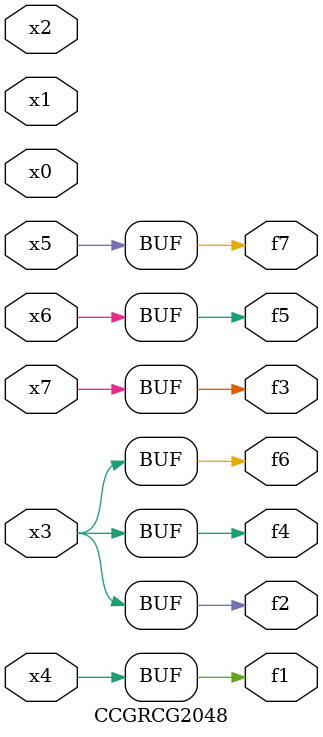
<source format=v>
module CCGRCG2048(
	input x0, x1, x2, x3, x4, x5, x6, x7,
	output f1, f2, f3, f4, f5, f6, f7
);
	assign f1 = x4;
	assign f2 = x3;
	assign f3 = x7;
	assign f4 = x3;
	assign f5 = x6;
	assign f6 = x3;
	assign f7 = x5;
endmodule

</source>
